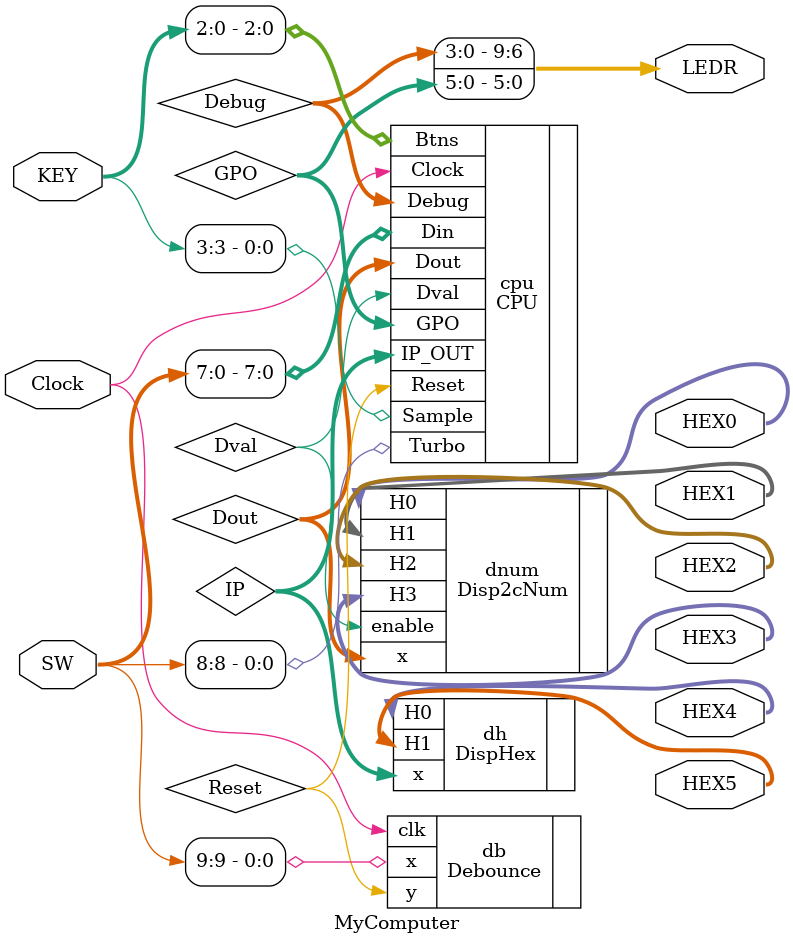
<source format=v>

module MyComputer(
	//////////// CLOCK (1 bit) //////////
	input Clock,
	
	//////////// LED FOR GPO (general purpose output) (6 bit on right) //////////	
	//////////// LED FOR DEBUG (4 bit on left) //////////
	output [9:0]LEDR,
	
	//////////// SWITCH FOR DIN (data in) (8 bit on right) //////////
	//////////// SWITCH FOR Turbo (1 bit on middle) //////////
	//////////// SWITCH FOR RESET (1 bit on left) //////////
	input [9:0]SW,
	
	//////////// PUSH BUTTON FOR SAMPLE (invert version) (1 bit on left) //////////
	//////////// PUSH BUTTON FOR BTNS (invert version) (3 bit on right) //////////
	input [3:0]KEY,
	
	//////////// SEVEN SEGMENT //////////
	output [6:0]HEX0,
	output [6:0]HEX1,
	output [6:0]HEX2,
	output [6:0]HEX3,
	output [6:0]HEX4,
	output [6:0]HEX5

);

	//=======================================================
	//  DEFINE CPU REG/WIRE
	//=======================================================
	
	wire [2:0]Btns;  //Three buttons. On a falling edge, a “button release” will be recorded.
	wire [7:0]Din;  //Allows the CPU to read in an 8-bit number. Must be kept stable around the time when the Sample pin goes from HIGH to LOW (falling edge).
	wire Rest;  //When HIGH, reset CPU. Minimum pulse duration should be 25 ms.
	wire Sample;  //On the falling edge, data on the Din pins will be clocked into the CPU.
	wire Turbo;  //When HIGH, CPU will run at full speed.
	
	wire [3:0]Debug;  //Used to pass information out of CPU module
	wire [7:0]Dout;  //(Data Output) Used to output a number
	wire Dval;  //(Data Valid) HIGH if Dout is valid
	wire [5:0]GPO;  //(General Purpose Output) Additional output lines for CPU
	wire [7:0]IP;  //(Instruction Pointer)  Current value of IP register
	
	//=======================================================
	//  MAIN STRUCTURE
	//=======================================================
	 
	Debounce db(.clk(Clock), .x(SW[9]), .y(Reset));
	CPU cpu(.Btns(KEY[2:0]), .Clock(Clock), .Din(SW[7:0]), .Reset(Reset), .Sample(KEY[3]), 
			.Turbo(SW[8]), .Debug(Debug), .Dout(Dout), .Dval(Dval), .GPO(GPO), .IP_OUT(IP));
	Disp2cNum dnum(.enable(Dval), .x(Dout), .H0(HEX0), .H1(HEX1), .H2(HEX2), .H3(HEX3));
	DispHex dh(.x(IP), .H0(HEX4), .H1(HEX5));
	assign LEDR = {Debug, GPO};

endmodule


</source>
